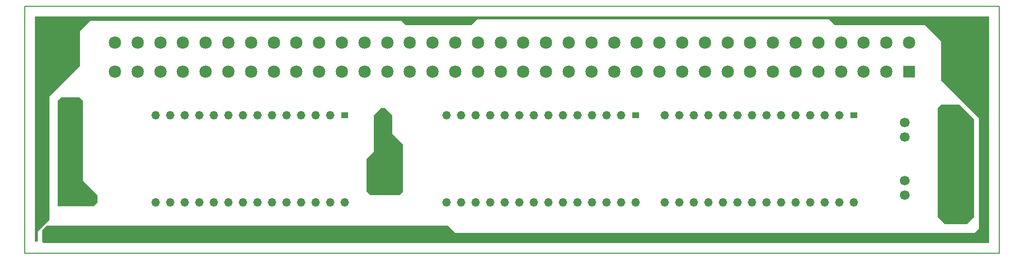
<source format=gbs>
G04 ================== begin FILE IDENTIFICATION RECORD ==================*
G04 Layout Name:  D:/_doc/Guildline/9520/g9520_r1.brd*
G04 Film Name:    MASKBOT*
G04 File Format:  Gerber RS274X*
G04 File Origin:  Cadence Allegro 17.0-S003*
G04 Origin Date:  Sun Jan 08 19:15:00 2017*
G04 *
G04 Layer:  BOARD GEOMETRY/OUTLINE*
G04 Layer:  VIA CLASS/SOLDERMASK_BOTTOM*
G04 Layer:  PIN/SOLDERMASK_BOTTOM*
G04 Layer:  PACKAGE GEOMETRY/SOLDERMASK_BOTTOM*
G04 Layer:  BOARD GEOMETRY/TOOLING_CORNERS*
G04 Layer:  BOARD GEOMETRY/SOLDERMASK_BOTTOM*
G04 *
G04 Offset:    (0.00 0.00)*
G04 Mirror:    No*
G04 Mode:      Positive*
G04 Rotation:  0*
G04 FullContactRelief:  No*
G04 UndefLineWidth:     5.00*
G04 ================== end FILE IDENTIFICATION RECORD ====================*
%FSLAX25Y25*MOIN*%
%IR0*IPPOS*OFA0.00000B0.00000*MIA0B0*SFA1.00000B1.00000*%
%ADD11C,.085*%
%ADD15R,.08X.08*%
%ADD14C,.06693*%
%ADD13R,.05X.04*%
%ADD10C,.24*%
%ADD12O,.058X.058*%
%ADD16C,.005*%
G75*
%LPD*%
G75*
G36*
G01X-328000Y3000D02*
Y158000D01*
X328000D01*
Y2000D01*
X-322000D01*
X-323000Y3000D01*
Y11000D01*
X-320000Y14000D01*
X-44000D01*
X-39000Y9000D01*
X318000D01*
X321000Y12000D01*
Y88000D01*
X295000Y114000D01*
Y141000D01*
X284000Y152000D01*
X222000D01*
X218000Y156000D01*
X-24000D01*
X-28000Y152000D01*
X-73000D01*
X-76000Y155000D01*
X-290000D01*
X-297000Y148000D01*
Y124000D01*
X-318000Y103000D01*
Y18000D01*
X-326000Y10000D01*
Y3000D01*
X-328000D01*
G37*
G36*
G01X-312500Y27500D02*
Y100000D01*
X-310000Y102500D01*
X-297500D01*
X-295000Y100000D01*
Y45000D01*
X-285000Y35000D01*
Y30000D01*
X-287500Y27500D01*
X-312500D01*
G37*
G36*
G01X-100000Y37500D02*
Y60000D01*
X-95000Y65000D01*
Y90000D01*
X-90000Y95000D01*
X-87500D01*
X-82500Y90000D01*
Y77500D01*
X-75000Y70000D01*
Y37500D01*
X-77500Y35000D01*
X-97500D01*
X-100000Y37500D01*
G37*
G36*
G01X292500Y20000D02*
Y95000D01*
X295000Y97500D01*
X307500D01*
X317500Y87500D01*
Y20000D01*
X312500Y15000D01*
X297500D01*
X292500Y20000D01*
G37*
G54D10*
X-310600Y130000D03*
X310600D03*
G54D11*
X-273000Y120000D03*
X-257400D03*
Y140000D03*
X-273000D03*
X-241800Y120000D03*
X-226200D03*
Y140000D03*
X-241800D03*
X-210600Y120000D03*
X-195000D03*
Y140000D03*
X-210600D03*
X-179400Y120000D03*
X-163800D03*
Y140000D03*
X-179400D03*
X-148200Y120000D03*
X-132600D03*
Y140000D03*
X-148200D03*
X-117000Y120000D03*
X-101400D03*
Y140000D03*
X-117000D03*
X-85800Y120000D03*
X-70200D03*
Y140000D03*
X-85800D03*
X-54600Y120000D03*
X-39000D03*
Y140000D03*
X-54600D03*
X-23400Y120000D03*
X-7800D03*
Y140000D03*
X-23400D03*
X7800Y120000D03*
X23400D03*
Y140000D03*
X7800D03*
X39000Y120000D03*
Y140000D03*
X54600Y120000D03*
X70200D03*
Y140000D03*
X54600D03*
X85800Y120000D03*
X101400D03*
Y140000D03*
X85800D03*
X117000Y120000D03*
X132600D03*
Y140000D03*
X117000D03*
X148200Y120000D03*
X163800D03*
Y140000D03*
X148200D03*
X179400Y120000D03*
X195000D03*
Y140000D03*
X179400D03*
X210600Y120000D03*
X226200D03*
Y140000D03*
X210600D03*
X241800Y120000D03*
X257400D03*
Y140000D03*
X241800D03*
X273000D03*
G54D12*
X-225000Y30000D03*
X-235000D03*
X-245000D03*
Y90000D03*
X-235000D03*
X-225000D03*
X-195000Y30000D03*
X-205000D03*
X-215000D03*
Y90000D03*
X-205000D03*
X-195000D03*
X-165000Y30000D03*
X-175000D03*
X-185000D03*
Y90000D03*
X-175000D03*
X-165000D03*
X-135000Y30000D03*
X-145000D03*
X-155000D03*
Y90000D03*
X-145000D03*
X-135000D03*
X-115000Y30000D03*
X-125000D03*
Y90000D03*
X-45000Y30000D03*
Y90000D03*
X-15000Y30000D03*
X-25000D03*
X-35000D03*
Y90000D03*
X-25000D03*
X-15000D03*
X15000Y30000D03*
X5000D03*
X-5000D03*
Y90000D03*
X5000D03*
X15000D03*
X45000Y30000D03*
X35000D03*
X25000D03*
Y90000D03*
X35000D03*
X45000D03*
X75000Y30000D03*
X65000D03*
X55000D03*
Y90000D03*
X65000D03*
X75000D03*
X105000Y30000D03*
X85000D03*
X105000Y90000D03*
X135000Y30000D03*
X125000D03*
X115000D03*
Y90000D03*
X125000D03*
X135000D03*
X165000Y30000D03*
X155000D03*
X145000D03*
Y90000D03*
X155000D03*
X165000D03*
X195000Y30000D03*
X185000D03*
X175000D03*
Y90000D03*
X185000D03*
X195000D03*
X225000Y30000D03*
X215000D03*
X205000D03*
Y90000D03*
X215000D03*
X225000D03*
X235000Y30000D03*
G54D13*
X-115000Y90000D03*
X85000D03*
X235000D03*
G54D14*
X270000Y35000D03*
Y45000D03*
Y75000D03*
Y85000D03*
G54D15*
X273000Y120000D03*
G54D16*
G01X-335000Y-5000D02*
Y165000D01*
X335000D01*
Y-5000D01*
X-335000D01*
M02*

</source>
